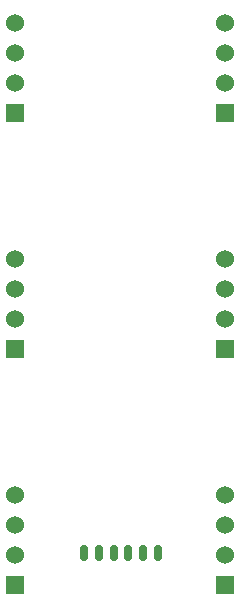
<source format=gbs>
G04 (created by PCBNEW (2013-07-07 BZR 4022)-stable) date 12/8/2013 11:31:44 AM*
%MOIN*%
G04 Gerber Fmt 3.4, Leading zero omitted, Abs format*
%FSLAX34Y34*%
G01*
G70*
G90*
G04 APERTURE LIST*
%ADD10C,0.00590551*%
%ADD11O,0.0274X0.0549*%
%ADD12R,0.06X0.06*%
%ADD13C,0.06*%
G04 APERTURE END LIST*
G54D10*
G54D11*
X86773Y-65389D03*
X86281Y-65389D03*
X85789Y-65389D03*
X85297Y-65389D03*
X84805Y-65389D03*
X84313Y-65389D03*
G54D12*
X89000Y-58586D03*
G54D13*
X89000Y-57586D03*
X89000Y-56586D03*
X89000Y-55586D03*
G54D12*
X82000Y-58586D03*
G54D13*
X82000Y-57586D03*
X82000Y-56586D03*
X82000Y-55586D03*
G54D12*
X89000Y-50712D03*
G54D13*
X89000Y-49712D03*
X89000Y-48712D03*
X89000Y-47712D03*
G54D12*
X82000Y-50712D03*
G54D13*
X82000Y-49712D03*
X82000Y-48712D03*
X82000Y-47712D03*
G54D12*
X89000Y-66460D03*
G54D13*
X89000Y-65460D03*
X89000Y-64460D03*
X89000Y-63460D03*
G54D12*
X82000Y-66460D03*
G54D13*
X82000Y-65460D03*
X82000Y-64460D03*
X82000Y-63460D03*
M02*

</source>
